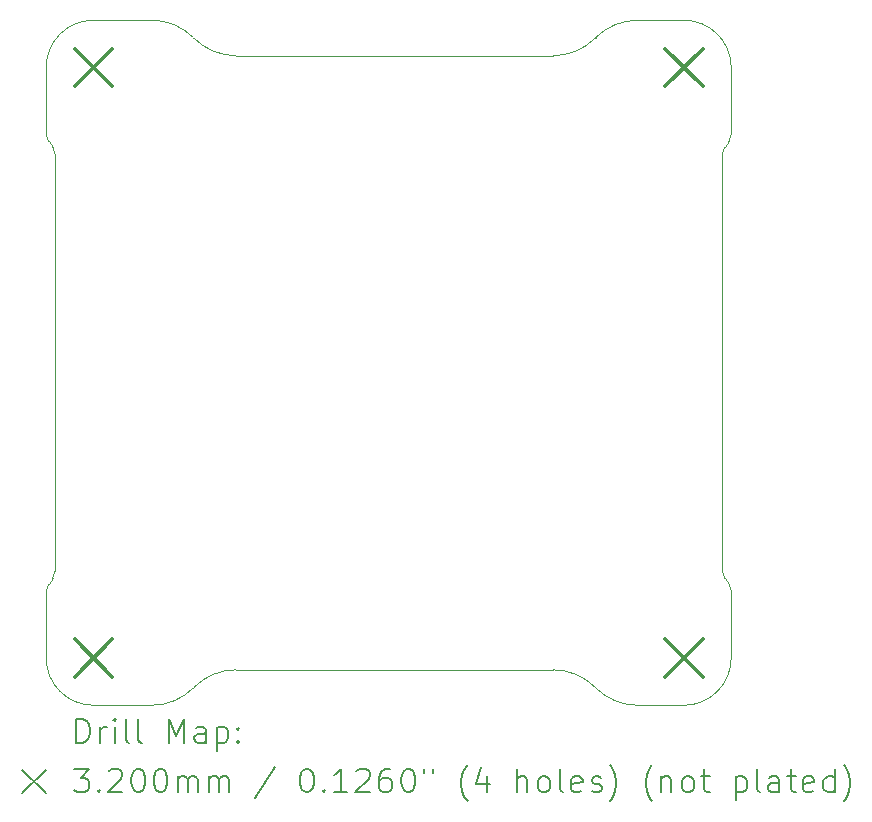
<source format=gbr>
%TF.GenerationSoftware,KiCad,Pcbnew,8.0.0*%
%TF.CreationDate,2024-06-23T16:28:21+02:00*%
%TF.ProjectId,TSAL,5453414c-2e6b-4696-9361-645f70636258,V2.0*%
%TF.SameCoordinates,Original*%
%TF.FileFunction,Drillmap*%
%TF.FilePolarity,Positive*%
%FSLAX45Y45*%
G04 Gerber Fmt 4.5, Leading zero omitted, Abs format (unit mm)*
G04 Created by KiCad (PCBNEW 8.0.0) date 2024-06-23 16:28:21*
%MOMM*%
%LPD*%
G01*
G04 APERTURE LIST*
%ADD10C,0.100000*%
%ADD11C,0.200000*%
%ADD12C,0.320000*%
G04 APERTURE END LIST*
D10*
X9875000Y-7458333D02*
G75*
G02*
X9894998Y-7398332I100000J3D01*
G01*
X10767893Y-2625000D02*
G75*
G02*
X11121449Y-2771444I-3J-500020D01*
G01*
X14521447Y-2778553D02*
X14528553Y-2771447D01*
X14882107Y-8425000D02*
G75*
G02*
X14528555Y-8278552I3J500000D01*
G01*
X15655000Y-3651667D02*
X15620000Y-3698333D01*
X11482107Y-2925000D02*
G75*
G02*
X11128551Y-2778556I3J500020D01*
G01*
X9930000Y-3698333D02*
X9895000Y-3651667D01*
X9875000Y-8025000D02*
X9875000Y-7458333D01*
X15620000Y-7351667D02*
X15655000Y-7398333D01*
X10767893Y-8425000D02*
X10275000Y-8425000D01*
X10275000Y-8425000D02*
G75*
G02*
X9875000Y-8025000I0J400000D01*
G01*
X9895000Y-7398333D02*
X9930000Y-7351667D01*
X11121447Y-2771447D02*
X11128553Y-2778553D01*
X15600000Y-3758333D02*
G75*
G02*
X15620002Y-3698334I99980J3D01*
G01*
X10275000Y-2625000D02*
X10767893Y-2625000D01*
X15675000Y-8025000D02*
G75*
G02*
X15275000Y-8425000I-400000J0D01*
G01*
X14528553Y-8278553D02*
X14521447Y-8271447D01*
X11482107Y-2925000D02*
X14167893Y-2925000D01*
X15620000Y-7351667D02*
G75*
G02*
X15600000Y-7291667I80020J60007D01*
G01*
X15600000Y-3758333D02*
X15600000Y-7291667D01*
X9950000Y-7291667D02*
X9950000Y-3758333D01*
X11128553Y-8271447D02*
X11121447Y-8278553D01*
X15675000Y-3591667D02*
G75*
G02*
X15655002Y-3651668I-100000J-3D01*
G01*
X9875000Y-3591667D02*
X9875000Y-3025000D01*
X15675000Y-7458333D02*
X15675000Y-8025000D01*
X14882107Y-2625000D02*
X15275000Y-2625000D01*
X9895000Y-3651667D02*
G75*
G02*
X9875002Y-3591667I80000J59997D01*
G01*
X15675000Y-3025000D02*
X15675000Y-3591667D01*
X15275000Y-8425000D02*
X14882107Y-8425000D01*
X11121447Y-8278553D02*
G75*
G02*
X10767893Y-8424998I-353547J353543D01*
G01*
X14521447Y-2778553D02*
G75*
G02*
X14167893Y-2924998I-353547J353543D01*
G01*
X15655000Y-7398333D02*
G75*
G02*
X15674998Y-7458333I-80000J-59997D01*
G01*
X14167893Y-8125000D02*
G75*
G02*
X14521449Y-8271444I-3J-500020D01*
G01*
X11128553Y-8271447D02*
G75*
G02*
X11482107Y-8125002I353547J-353543D01*
G01*
X14167893Y-8125000D02*
X11482107Y-8125000D01*
X15275000Y-2625000D02*
G75*
G02*
X15675000Y-3025000I0J-400000D01*
G01*
X9950000Y-7291667D02*
G75*
G02*
X9930002Y-7351668I-100000J-3D01*
G01*
X14528553Y-2771447D02*
G75*
G02*
X14882107Y-2625002I353547J-353543D01*
G01*
X9930000Y-3698333D02*
G75*
G02*
X9949998Y-3758333I-80000J-59997D01*
G01*
X9875000Y-3025000D02*
G75*
G02*
X10275000Y-2625000I400000J0D01*
G01*
D11*
D12*
X10115000Y-2865000D02*
X10435000Y-3185000D01*
X10435000Y-2865000D02*
X10115000Y-3185000D01*
X10115000Y-7865000D02*
X10435000Y-8185000D01*
X10435000Y-7865000D02*
X10115000Y-8185000D01*
X15115000Y-2865000D02*
X15435000Y-3185000D01*
X15435000Y-2865000D02*
X15115000Y-3185000D01*
X15115000Y-7865000D02*
X15435000Y-8185000D01*
X15435000Y-7865000D02*
X15115000Y-8185000D01*
D11*
X10130777Y-8741484D02*
X10130777Y-8541484D01*
X10130777Y-8541484D02*
X10178396Y-8541484D01*
X10178396Y-8541484D02*
X10206967Y-8551008D01*
X10206967Y-8551008D02*
X10226015Y-8570055D01*
X10226015Y-8570055D02*
X10235539Y-8589103D01*
X10235539Y-8589103D02*
X10245063Y-8627198D01*
X10245063Y-8627198D02*
X10245063Y-8655770D01*
X10245063Y-8655770D02*
X10235539Y-8693865D01*
X10235539Y-8693865D02*
X10226015Y-8712912D01*
X10226015Y-8712912D02*
X10206967Y-8731960D01*
X10206967Y-8731960D02*
X10178396Y-8741484D01*
X10178396Y-8741484D02*
X10130777Y-8741484D01*
X10330777Y-8741484D02*
X10330777Y-8608150D01*
X10330777Y-8646246D02*
X10340301Y-8627198D01*
X10340301Y-8627198D02*
X10349824Y-8617674D01*
X10349824Y-8617674D02*
X10368872Y-8608150D01*
X10368872Y-8608150D02*
X10387920Y-8608150D01*
X10454586Y-8741484D02*
X10454586Y-8608150D01*
X10454586Y-8541484D02*
X10445063Y-8551008D01*
X10445063Y-8551008D02*
X10454586Y-8560531D01*
X10454586Y-8560531D02*
X10464110Y-8551008D01*
X10464110Y-8551008D02*
X10454586Y-8541484D01*
X10454586Y-8541484D02*
X10454586Y-8560531D01*
X10578396Y-8741484D02*
X10559348Y-8731960D01*
X10559348Y-8731960D02*
X10549824Y-8712912D01*
X10549824Y-8712912D02*
X10549824Y-8541484D01*
X10683158Y-8741484D02*
X10664110Y-8731960D01*
X10664110Y-8731960D02*
X10654586Y-8712912D01*
X10654586Y-8712912D02*
X10654586Y-8541484D01*
X10911729Y-8741484D02*
X10911729Y-8541484D01*
X10911729Y-8541484D02*
X10978396Y-8684341D01*
X10978396Y-8684341D02*
X11045063Y-8541484D01*
X11045063Y-8541484D02*
X11045063Y-8741484D01*
X11226015Y-8741484D02*
X11226015Y-8636722D01*
X11226015Y-8636722D02*
X11216491Y-8617674D01*
X11216491Y-8617674D02*
X11197443Y-8608150D01*
X11197443Y-8608150D02*
X11159348Y-8608150D01*
X11159348Y-8608150D02*
X11140301Y-8617674D01*
X11226015Y-8731960D02*
X11206967Y-8741484D01*
X11206967Y-8741484D02*
X11159348Y-8741484D01*
X11159348Y-8741484D02*
X11140301Y-8731960D01*
X11140301Y-8731960D02*
X11130777Y-8712912D01*
X11130777Y-8712912D02*
X11130777Y-8693865D01*
X11130777Y-8693865D02*
X11140301Y-8674817D01*
X11140301Y-8674817D02*
X11159348Y-8665293D01*
X11159348Y-8665293D02*
X11206967Y-8665293D01*
X11206967Y-8665293D02*
X11226015Y-8655770D01*
X11321253Y-8608150D02*
X11321253Y-8808150D01*
X11321253Y-8617674D02*
X11340301Y-8608150D01*
X11340301Y-8608150D02*
X11378396Y-8608150D01*
X11378396Y-8608150D02*
X11397443Y-8617674D01*
X11397443Y-8617674D02*
X11406967Y-8627198D01*
X11406967Y-8627198D02*
X11416491Y-8646246D01*
X11416491Y-8646246D02*
X11416491Y-8703389D01*
X11416491Y-8703389D02*
X11406967Y-8722436D01*
X11406967Y-8722436D02*
X11397443Y-8731960D01*
X11397443Y-8731960D02*
X11378396Y-8741484D01*
X11378396Y-8741484D02*
X11340301Y-8741484D01*
X11340301Y-8741484D02*
X11321253Y-8731960D01*
X11502205Y-8722436D02*
X11511729Y-8731960D01*
X11511729Y-8731960D02*
X11502205Y-8741484D01*
X11502205Y-8741484D02*
X11492682Y-8731960D01*
X11492682Y-8731960D02*
X11502205Y-8722436D01*
X11502205Y-8722436D02*
X11502205Y-8741484D01*
X11502205Y-8617674D02*
X11511729Y-8627198D01*
X11511729Y-8627198D02*
X11502205Y-8636722D01*
X11502205Y-8636722D02*
X11492682Y-8627198D01*
X11492682Y-8627198D02*
X11502205Y-8617674D01*
X11502205Y-8617674D02*
X11502205Y-8636722D01*
X9670000Y-8970000D02*
X9870000Y-9170000D01*
X9870000Y-8970000D02*
X9670000Y-9170000D01*
X10111729Y-8961484D02*
X10235539Y-8961484D01*
X10235539Y-8961484D02*
X10168872Y-9037674D01*
X10168872Y-9037674D02*
X10197444Y-9037674D01*
X10197444Y-9037674D02*
X10216491Y-9047198D01*
X10216491Y-9047198D02*
X10226015Y-9056722D01*
X10226015Y-9056722D02*
X10235539Y-9075770D01*
X10235539Y-9075770D02*
X10235539Y-9123389D01*
X10235539Y-9123389D02*
X10226015Y-9142436D01*
X10226015Y-9142436D02*
X10216491Y-9151960D01*
X10216491Y-9151960D02*
X10197444Y-9161484D01*
X10197444Y-9161484D02*
X10140301Y-9161484D01*
X10140301Y-9161484D02*
X10121253Y-9151960D01*
X10121253Y-9151960D02*
X10111729Y-9142436D01*
X10321253Y-9142436D02*
X10330777Y-9151960D01*
X10330777Y-9151960D02*
X10321253Y-9161484D01*
X10321253Y-9161484D02*
X10311729Y-9151960D01*
X10311729Y-9151960D02*
X10321253Y-9142436D01*
X10321253Y-9142436D02*
X10321253Y-9161484D01*
X10406967Y-8980531D02*
X10416491Y-8971008D01*
X10416491Y-8971008D02*
X10435539Y-8961484D01*
X10435539Y-8961484D02*
X10483158Y-8961484D01*
X10483158Y-8961484D02*
X10502205Y-8971008D01*
X10502205Y-8971008D02*
X10511729Y-8980531D01*
X10511729Y-8980531D02*
X10521253Y-8999579D01*
X10521253Y-8999579D02*
X10521253Y-9018627D01*
X10521253Y-9018627D02*
X10511729Y-9047198D01*
X10511729Y-9047198D02*
X10397444Y-9161484D01*
X10397444Y-9161484D02*
X10521253Y-9161484D01*
X10645063Y-8961484D02*
X10664110Y-8961484D01*
X10664110Y-8961484D02*
X10683158Y-8971008D01*
X10683158Y-8971008D02*
X10692682Y-8980531D01*
X10692682Y-8980531D02*
X10702205Y-8999579D01*
X10702205Y-8999579D02*
X10711729Y-9037674D01*
X10711729Y-9037674D02*
X10711729Y-9085293D01*
X10711729Y-9085293D02*
X10702205Y-9123389D01*
X10702205Y-9123389D02*
X10692682Y-9142436D01*
X10692682Y-9142436D02*
X10683158Y-9151960D01*
X10683158Y-9151960D02*
X10664110Y-9161484D01*
X10664110Y-9161484D02*
X10645063Y-9161484D01*
X10645063Y-9161484D02*
X10626015Y-9151960D01*
X10626015Y-9151960D02*
X10616491Y-9142436D01*
X10616491Y-9142436D02*
X10606967Y-9123389D01*
X10606967Y-9123389D02*
X10597444Y-9085293D01*
X10597444Y-9085293D02*
X10597444Y-9037674D01*
X10597444Y-9037674D02*
X10606967Y-8999579D01*
X10606967Y-8999579D02*
X10616491Y-8980531D01*
X10616491Y-8980531D02*
X10626015Y-8971008D01*
X10626015Y-8971008D02*
X10645063Y-8961484D01*
X10835539Y-8961484D02*
X10854586Y-8961484D01*
X10854586Y-8961484D02*
X10873634Y-8971008D01*
X10873634Y-8971008D02*
X10883158Y-8980531D01*
X10883158Y-8980531D02*
X10892682Y-8999579D01*
X10892682Y-8999579D02*
X10902205Y-9037674D01*
X10902205Y-9037674D02*
X10902205Y-9085293D01*
X10902205Y-9085293D02*
X10892682Y-9123389D01*
X10892682Y-9123389D02*
X10883158Y-9142436D01*
X10883158Y-9142436D02*
X10873634Y-9151960D01*
X10873634Y-9151960D02*
X10854586Y-9161484D01*
X10854586Y-9161484D02*
X10835539Y-9161484D01*
X10835539Y-9161484D02*
X10816491Y-9151960D01*
X10816491Y-9151960D02*
X10806967Y-9142436D01*
X10806967Y-9142436D02*
X10797444Y-9123389D01*
X10797444Y-9123389D02*
X10787920Y-9085293D01*
X10787920Y-9085293D02*
X10787920Y-9037674D01*
X10787920Y-9037674D02*
X10797444Y-8999579D01*
X10797444Y-8999579D02*
X10806967Y-8980531D01*
X10806967Y-8980531D02*
X10816491Y-8971008D01*
X10816491Y-8971008D02*
X10835539Y-8961484D01*
X10987920Y-9161484D02*
X10987920Y-9028150D01*
X10987920Y-9047198D02*
X10997444Y-9037674D01*
X10997444Y-9037674D02*
X11016491Y-9028150D01*
X11016491Y-9028150D02*
X11045063Y-9028150D01*
X11045063Y-9028150D02*
X11064110Y-9037674D01*
X11064110Y-9037674D02*
X11073634Y-9056722D01*
X11073634Y-9056722D02*
X11073634Y-9161484D01*
X11073634Y-9056722D02*
X11083158Y-9037674D01*
X11083158Y-9037674D02*
X11102205Y-9028150D01*
X11102205Y-9028150D02*
X11130777Y-9028150D01*
X11130777Y-9028150D02*
X11149825Y-9037674D01*
X11149825Y-9037674D02*
X11159348Y-9056722D01*
X11159348Y-9056722D02*
X11159348Y-9161484D01*
X11254586Y-9161484D02*
X11254586Y-9028150D01*
X11254586Y-9047198D02*
X11264110Y-9037674D01*
X11264110Y-9037674D02*
X11283158Y-9028150D01*
X11283158Y-9028150D02*
X11311729Y-9028150D01*
X11311729Y-9028150D02*
X11330777Y-9037674D01*
X11330777Y-9037674D02*
X11340301Y-9056722D01*
X11340301Y-9056722D02*
X11340301Y-9161484D01*
X11340301Y-9056722D02*
X11349824Y-9037674D01*
X11349824Y-9037674D02*
X11368872Y-9028150D01*
X11368872Y-9028150D02*
X11397443Y-9028150D01*
X11397443Y-9028150D02*
X11416491Y-9037674D01*
X11416491Y-9037674D02*
X11426015Y-9056722D01*
X11426015Y-9056722D02*
X11426015Y-9161484D01*
X11816491Y-8951960D02*
X11645063Y-9209103D01*
X12073634Y-8961484D02*
X12092682Y-8961484D01*
X12092682Y-8961484D02*
X12111729Y-8971008D01*
X12111729Y-8971008D02*
X12121253Y-8980531D01*
X12121253Y-8980531D02*
X12130777Y-8999579D01*
X12130777Y-8999579D02*
X12140301Y-9037674D01*
X12140301Y-9037674D02*
X12140301Y-9085293D01*
X12140301Y-9085293D02*
X12130777Y-9123389D01*
X12130777Y-9123389D02*
X12121253Y-9142436D01*
X12121253Y-9142436D02*
X12111729Y-9151960D01*
X12111729Y-9151960D02*
X12092682Y-9161484D01*
X12092682Y-9161484D02*
X12073634Y-9161484D01*
X12073634Y-9161484D02*
X12054586Y-9151960D01*
X12054586Y-9151960D02*
X12045063Y-9142436D01*
X12045063Y-9142436D02*
X12035539Y-9123389D01*
X12035539Y-9123389D02*
X12026015Y-9085293D01*
X12026015Y-9085293D02*
X12026015Y-9037674D01*
X12026015Y-9037674D02*
X12035539Y-8999579D01*
X12035539Y-8999579D02*
X12045063Y-8980531D01*
X12045063Y-8980531D02*
X12054586Y-8971008D01*
X12054586Y-8971008D02*
X12073634Y-8961484D01*
X12226015Y-9142436D02*
X12235539Y-9151960D01*
X12235539Y-9151960D02*
X12226015Y-9161484D01*
X12226015Y-9161484D02*
X12216491Y-9151960D01*
X12216491Y-9151960D02*
X12226015Y-9142436D01*
X12226015Y-9142436D02*
X12226015Y-9161484D01*
X12426015Y-9161484D02*
X12311729Y-9161484D01*
X12368872Y-9161484D02*
X12368872Y-8961484D01*
X12368872Y-8961484D02*
X12349825Y-8990055D01*
X12349825Y-8990055D02*
X12330777Y-9009103D01*
X12330777Y-9009103D02*
X12311729Y-9018627D01*
X12502206Y-8980531D02*
X12511729Y-8971008D01*
X12511729Y-8971008D02*
X12530777Y-8961484D01*
X12530777Y-8961484D02*
X12578396Y-8961484D01*
X12578396Y-8961484D02*
X12597444Y-8971008D01*
X12597444Y-8971008D02*
X12606967Y-8980531D01*
X12606967Y-8980531D02*
X12616491Y-8999579D01*
X12616491Y-8999579D02*
X12616491Y-9018627D01*
X12616491Y-9018627D02*
X12606967Y-9047198D01*
X12606967Y-9047198D02*
X12492682Y-9161484D01*
X12492682Y-9161484D02*
X12616491Y-9161484D01*
X12787920Y-8961484D02*
X12749825Y-8961484D01*
X12749825Y-8961484D02*
X12730777Y-8971008D01*
X12730777Y-8971008D02*
X12721253Y-8980531D01*
X12721253Y-8980531D02*
X12702206Y-9009103D01*
X12702206Y-9009103D02*
X12692682Y-9047198D01*
X12692682Y-9047198D02*
X12692682Y-9123389D01*
X12692682Y-9123389D02*
X12702206Y-9142436D01*
X12702206Y-9142436D02*
X12711729Y-9151960D01*
X12711729Y-9151960D02*
X12730777Y-9161484D01*
X12730777Y-9161484D02*
X12768872Y-9161484D01*
X12768872Y-9161484D02*
X12787920Y-9151960D01*
X12787920Y-9151960D02*
X12797444Y-9142436D01*
X12797444Y-9142436D02*
X12806967Y-9123389D01*
X12806967Y-9123389D02*
X12806967Y-9075770D01*
X12806967Y-9075770D02*
X12797444Y-9056722D01*
X12797444Y-9056722D02*
X12787920Y-9047198D01*
X12787920Y-9047198D02*
X12768872Y-9037674D01*
X12768872Y-9037674D02*
X12730777Y-9037674D01*
X12730777Y-9037674D02*
X12711729Y-9047198D01*
X12711729Y-9047198D02*
X12702206Y-9056722D01*
X12702206Y-9056722D02*
X12692682Y-9075770D01*
X12930777Y-8961484D02*
X12949825Y-8961484D01*
X12949825Y-8961484D02*
X12968872Y-8971008D01*
X12968872Y-8971008D02*
X12978396Y-8980531D01*
X12978396Y-8980531D02*
X12987920Y-8999579D01*
X12987920Y-8999579D02*
X12997444Y-9037674D01*
X12997444Y-9037674D02*
X12997444Y-9085293D01*
X12997444Y-9085293D02*
X12987920Y-9123389D01*
X12987920Y-9123389D02*
X12978396Y-9142436D01*
X12978396Y-9142436D02*
X12968872Y-9151960D01*
X12968872Y-9151960D02*
X12949825Y-9161484D01*
X12949825Y-9161484D02*
X12930777Y-9161484D01*
X12930777Y-9161484D02*
X12911729Y-9151960D01*
X12911729Y-9151960D02*
X12902206Y-9142436D01*
X12902206Y-9142436D02*
X12892682Y-9123389D01*
X12892682Y-9123389D02*
X12883158Y-9085293D01*
X12883158Y-9085293D02*
X12883158Y-9037674D01*
X12883158Y-9037674D02*
X12892682Y-8999579D01*
X12892682Y-8999579D02*
X12902206Y-8980531D01*
X12902206Y-8980531D02*
X12911729Y-8971008D01*
X12911729Y-8971008D02*
X12930777Y-8961484D01*
X13073634Y-8961484D02*
X13073634Y-8999579D01*
X13149825Y-8961484D02*
X13149825Y-8999579D01*
X13445063Y-9237674D02*
X13435539Y-9228150D01*
X13435539Y-9228150D02*
X13416491Y-9199579D01*
X13416491Y-9199579D02*
X13406968Y-9180531D01*
X13406968Y-9180531D02*
X13397444Y-9151960D01*
X13397444Y-9151960D02*
X13387920Y-9104341D01*
X13387920Y-9104341D02*
X13387920Y-9066246D01*
X13387920Y-9066246D02*
X13397444Y-9018627D01*
X13397444Y-9018627D02*
X13406968Y-8990055D01*
X13406968Y-8990055D02*
X13416491Y-8971008D01*
X13416491Y-8971008D02*
X13435539Y-8942436D01*
X13435539Y-8942436D02*
X13445063Y-8932912D01*
X13606968Y-9028150D02*
X13606968Y-9161484D01*
X13559348Y-8951960D02*
X13511729Y-9094817D01*
X13511729Y-9094817D02*
X13635539Y-9094817D01*
X13864110Y-9161484D02*
X13864110Y-8961484D01*
X13949825Y-9161484D02*
X13949825Y-9056722D01*
X13949825Y-9056722D02*
X13940301Y-9037674D01*
X13940301Y-9037674D02*
X13921253Y-9028150D01*
X13921253Y-9028150D02*
X13892682Y-9028150D01*
X13892682Y-9028150D02*
X13873634Y-9037674D01*
X13873634Y-9037674D02*
X13864110Y-9047198D01*
X14073634Y-9161484D02*
X14054587Y-9151960D01*
X14054587Y-9151960D02*
X14045063Y-9142436D01*
X14045063Y-9142436D02*
X14035539Y-9123389D01*
X14035539Y-9123389D02*
X14035539Y-9066246D01*
X14035539Y-9066246D02*
X14045063Y-9047198D01*
X14045063Y-9047198D02*
X14054587Y-9037674D01*
X14054587Y-9037674D02*
X14073634Y-9028150D01*
X14073634Y-9028150D02*
X14102206Y-9028150D01*
X14102206Y-9028150D02*
X14121253Y-9037674D01*
X14121253Y-9037674D02*
X14130777Y-9047198D01*
X14130777Y-9047198D02*
X14140301Y-9066246D01*
X14140301Y-9066246D02*
X14140301Y-9123389D01*
X14140301Y-9123389D02*
X14130777Y-9142436D01*
X14130777Y-9142436D02*
X14121253Y-9151960D01*
X14121253Y-9151960D02*
X14102206Y-9161484D01*
X14102206Y-9161484D02*
X14073634Y-9161484D01*
X14254587Y-9161484D02*
X14235539Y-9151960D01*
X14235539Y-9151960D02*
X14226015Y-9132912D01*
X14226015Y-9132912D02*
X14226015Y-8961484D01*
X14406968Y-9151960D02*
X14387920Y-9161484D01*
X14387920Y-9161484D02*
X14349825Y-9161484D01*
X14349825Y-9161484D02*
X14330777Y-9151960D01*
X14330777Y-9151960D02*
X14321253Y-9132912D01*
X14321253Y-9132912D02*
X14321253Y-9056722D01*
X14321253Y-9056722D02*
X14330777Y-9037674D01*
X14330777Y-9037674D02*
X14349825Y-9028150D01*
X14349825Y-9028150D02*
X14387920Y-9028150D01*
X14387920Y-9028150D02*
X14406968Y-9037674D01*
X14406968Y-9037674D02*
X14416491Y-9056722D01*
X14416491Y-9056722D02*
X14416491Y-9075770D01*
X14416491Y-9075770D02*
X14321253Y-9094817D01*
X14492682Y-9151960D02*
X14511730Y-9161484D01*
X14511730Y-9161484D02*
X14549825Y-9161484D01*
X14549825Y-9161484D02*
X14568872Y-9151960D01*
X14568872Y-9151960D02*
X14578396Y-9132912D01*
X14578396Y-9132912D02*
X14578396Y-9123389D01*
X14578396Y-9123389D02*
X14568872Y-9104341D01*
X14568872Y-9104341D02*
X14549825Y-9094817D01*
X14549825Y-9094817D02*
X14521253Y-9094817D01*
X14521253Y-9094817D02*
X14502206Y-9085293D01*
X14502206Y-9085293D02*
X14492682Y-9066246D01*
X14492682Y-9066246D02*
X14492682Y-9056722D01*
X14492682Y-9056722D02*
X14502206Y-9037674D01*
X14502206Y-9037674D02*
X14521253Y-9028150D01*
X14521253Y-9028150D02*
X14549825Y-9028150D01*
X14549825Y-9028150D02*
X14568872Y-9037674D01*
X14645063Y-9237674D02*
X14654587Y-9228150D01*
X14654587Y-9228150D02*
X14673634Y-9199579D01*
X14673634Y-9199579D02*
X14683158Y-9180531D01*
X14683158Y-9180531D02*
X14692682Y-9151960D01*
X14692682Y-9151960D02*
X14702206Y-9104341D01*
X14702206Y-9104341D02*
X14702206Y-9066246D01*
X14702206Y-9066246D02*
X14692682Y-9018627D01*
X14692682Y-9018627D02*
X14683158Y-8990055D01*
X14683158Y-8990055D02*
X14673634Y-8971008D01*
X14673634Y-8971008D02*
X14654587Y-8942436D01*
X14654587Y-8942436D02*
X14645063Y-8932912D01*
X15006968Y-9237674D02*
X14997444Y-9228150D01*
X14997444Y-9228150D02*
X14978396Y-9199579D01*
X14978396Y-9199579D02*
X14968872Y-9180531D01*
X14968872Y-9180531D02*
X14959349Y-9151960D01*
X14959349Y-9151960D02*
X14949825Y-9104341D01*
X14949825Y-9104341D02*
X14949825Y-9066246D01*
X14949825Y-9066246D02*
X14959349Y-9018627D01*
X14959349Y-9018627D02*
X14968872Y-8990055D01*
X14968872Y-8990055D02*
X14978396Y-8971008D01*
X14978396Y-8971008D02*
X14997444Y-8942436D01*
X14997444Y-8942436D02*
X15006968Y-8932912D01*
X15083158Y-9028150D02*
X15083158Y-9161484D01*
X15083158Y-9047198D02*
X15092682Y-9037674D01*
X15092682Y-9037674D02*
X15111730Y-9028150D01*
X15111730Y-9028150D02*
X15140301Y-9028150D01*
X15140301Y-9028150D02*
X15159349Y-9037674D01*
X15159349Y-9037674D02*
X15168872Y-9056722D01*
X15168872Y-9056722D02*
X15168872Y-9161484D01*
X15292682Y-9161484D02*
X15273634Y-9151960D01*
X15273634Y-9151960D02*
X15264111Y-9142436D01*
X15264111Y-9142436D02*
X15254587Y-9123389D01*
X15254587Y-9123389D02*
X15254587Y-9066246D01*
X15254587Y-9066246D02*
X15264111Y-9047198D01*
X15264111Y-9047198D02*
X15273634Y-9037674D01*
X15273634Y-9037674D02*
X15292682Y-9028150D01*
X15292682Y-9028150D02*
X15321253Y-9028150D01*
X15321253Y-9028150D02*
X15340301Y-9037674D01*
X15340301Y-9037674D02*
X15349825Y-9047198D01*
X15349825Y-9047198D02*
X15359349Y-9066246D01*
X15359349Y-9066246D02*
X15359349Y-9123389D01*
X15359349Y-9123389D02*
X15349825Y-9142436D01*
X15349825Y-9142436D02*
X15340301Y-9151960D01*
X15340301Y-9151960D02*
X15321253Y-9161484D01*
X15321253Y-9161484D02*
X15292682Y-9161484D01*
X15416492Y-9028150D02*
X15492682Y-9028150D01*
X15445063Y-8961484D02*
X15445063Y-9132912D01*
X15445063Y-9132912D02*
X15454587Y-9151960D01*
X15454587Y-9151960D02*
X15473634Y-9161484D01*
X15473634Y-9161484D02*
X15492682Y-9161484D01*
X15711730Y-9028150D02*
X15711730Y-9228150D01*
X15711730Y-9037674D02*
X15730777Y-9028150D01*
X15730777Y-9028150D02*
X15768873Y-9028150D01*
X15768873Y-9028150D02*
X15787920Y-9037674D01*
X15787920Y-9037674D02*
X15797444Y-9047198D01*
X15797444Y-9047198D02*
X15806968Y-9066246D01*
X15806968Y-9066246D02*
X15806968Y-9123389D01*
X15806968Y-9123389D02*
X15797444Y-9142436D01*
X15797444Y-9142436D02*
X15787920Y-9151960D01*
X15787920Y-9151960D02*
X15768873Y-9161484D01*
X15768873Y-9161484D02*
X15730777Y-9161484D01*
X15730777Y-9161484D02*
X15711730Y-9151960D01*
X15921253Y-9161484D02*
X15902206Y-9151960D01*
X15902206Y-9151960D02*
X15892682Y-9132912D01*
X15892682Y-9132912D02*
X15892682Y-8961484D01*
X16083158Y-9161484D02*
X16083158Y-9056722D01*
X16083158Y-9056722D02*
X16073634Y-9037674D01*
X16073634Y-9037674D02*
X16054587Y-9028150D01*
X16054587Y-9028150D02*
X16016492Y-9028150D01*
X16016492Y-9028150D02*
X15997444Y-9037674D01*
X16083158Y-9151960D02*
X16064111Y-9161484D01*
X16064111Y-9161484D02*
X16016492Y-9161484D01*
X16016492Y-9161484D02*
X15997444Y-9151960D01*
X15997444Y-9151960D02*
X15987920Y-9132912D01*
X15987920Y-9132912D02*
X15987920Y-9113865D01*
X15987920Y-9113865D02*
X15997444Y-9094817D01*
X15997444Y-9094817D02*
X16016492Y-9085293D01*
X16016492Y-9085293D02*
X16064111Y-9085293D01*
X16064111Y-9085293D02*
X16083158Y-9075770D01*
X16149825Y-9028150D02*
X16226015Y-9028150D01*
X16178396Y-8961484D02*
X16178396Y-9132912D01*
X16178396Y-9132912D02*
X16187920Y-9151960D01*
X16187920Y-9151960D02*
X16206968Y-9161484D01*
X16206968Y-9161484D02*
X16226015Y-9161484D01*
X16368873Y-9151960D02*
X16349825Y-9161484D01*
X16349825Y-9161484D02*
X16311730Y-9161484D01*
X16311730Y-9161484D02*
X16292682Y-9151960D01*
X16292682Y-9151960D02*
X16283158Y-9132912D01*
X16283158Y-9132912D02*
X16283158Y-9056722D01*
X16283158Y-9056722D02*
X16292682Y-9037674D01*
X16292682Y-9037674D02*
X16311730Y-9028150D01*
X16311730Y-9028150D02*
X16349825Y-9028150D01*
X16349825Y-9028150D02*
X16368873Y-9037674D01*
X16368873Y-9037674D02*
X16378396Y-9056722D01*
X16378396Y-9056722D02*
X16378396Y-9075770D01*
X16378396Y-9075770D02*
X16283158Y-9094817D01*
X16549825Y-9161484D02*
X16549825Y-8961484D01*
X16549825Y-9151960D02*
X16530777Y-9161484D01*
X16530777Y-9161484D02*
X16492682Y-9161484D01*
X16492682Y-9161484D02*
X16473634Y-9151960D01*
X16473634Y-9151960D02*
X16464111Y-9142436D01*
X16464111Y-9142436D02*
X16454587Y-9123389D01*
X16454587Y-9123389D02*
X16454587Y-9066246D01*
X16454587Y-9066246D02*
X16464111Y-9047198D01*
X16464111Y-9047198D02*
X16473634Y-9037674D01*
X16473634Y-9037674D02*
X16492682Y-9028150D01*
X16492682Y-9028150D02*
X16530777Y-9028150D01*
X16530777Y-9028150D02*
X16549825Y-9037674D01*
X16626015Y-9237674D02*
X16635539Y-9228150D01*
X16635539Y-9228150D02*
X16654587Y-9199579D01*
X16654587Y-9199579D02*
X16664111Y-9180531D01*
X16664111Y-9180531D02*
X16673634Y-9151960D01*
X16673634Y-9151960D02*
X16683158Y-9104341D01*
X16683158Y-9104341D02*
X16683158Y-9066246D01*
X16683158Y-9066246D02*
X16673634Y-9018627D01*
X16673634Y-9018627D02*
X16664111Y-8990055D01*
X16664111Y-8990055D02*
X16654587Y-8971008D01*
X16654587Y-8971008D02*
X16635539Y-8942436D01*
X16635539Y-8942436D02*
X16626015Y-8932912D01*
M02*

</source>
